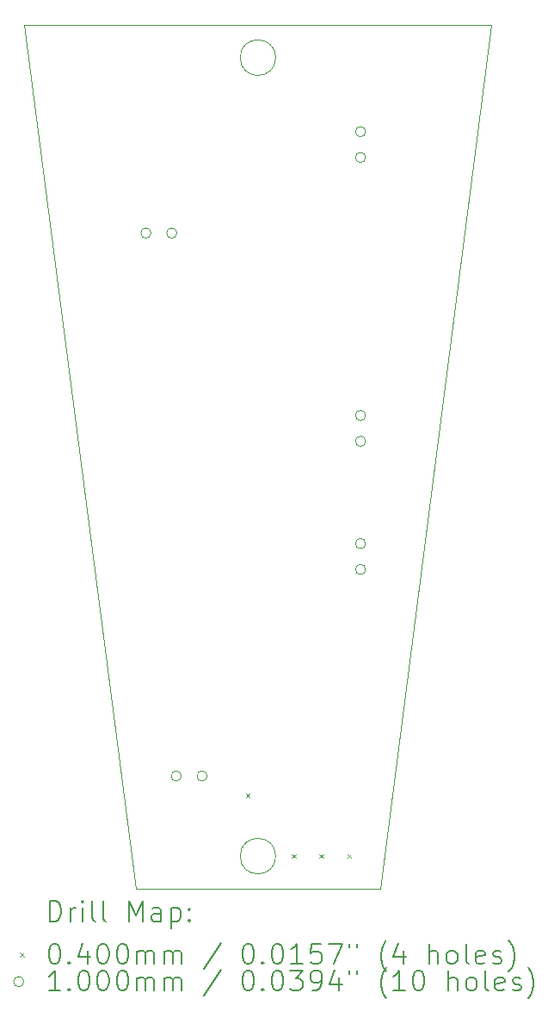
<source format=gbr>
%TF.GenerationSoftware,KiCad,Pcbnew,6.0.11-2627ca5db0~126~ubuntu22.04.1*%
%TF.CreationDate,2023-11-05T13:13:33+01:00*%
%TF.ProjectId,CC_LED_Driver,43435f4c-4544-45f4-9472-697665722e6b,rev?*%
%TF.SameCoordinates,Original*%
%TF.FileFunction,Drillmap*%
%TF.FilePolarity,Positive*%
%FSLAX45Y45*%
G04 Gerber Fmt 4.5, Leading zero omitted, Abs format (unit mm)*
G04 Created by KiCad (PCBNEW 6.0.11-2627ca5db0~126~ubuntu22.04.1) date 2023-11-05 13:13:33*
%MOMM*%
%LPD*%
G01*
G04 APERTURE LIST*
%ADD10C,0.100000*%
%ADD11C,0.200000*%
%ADD12C,0.040000*%
G04 APERTURE END LIST*
D10*
X11350000Y-14600000D02*
X10250000Y-6100000D01*
X12725000Y-6425000D02*
G75*
G03*
X12725000Y-6425000I-175000J0D01*
G01*
X14850000Y-6100000D02*
X10250000Y-6100000D01*
X13750000Y-14600000D02*
X14850000Y-6100000D01*
X12725000Y-14275000D02*
G75*
G03*
X12725000Y-14275000I-175000J0D01*
G01*
X11350000Y-14600000D02*
X13750000Y-14600000D01*
D11*
D12*
X12430000Y-13655000D02*
X12470000Y-13695000D01*
X12470000Y-13655000D02*
X12430000Y-13695000D01*
X12880000Y-14255000D02*
X12920000Y-14295000D01*
X12920000Y-14255000D02*
X12880000Y-14295000D01*
X13155000Y-14255000D02*
X13195000Y-14295000D01*
X13195000Y-14255000D02*
X13155000Y-14295000D01*
X13430000Y-14255000D02*
X13470000Y-14295000D01*
X13470000Y-14255000D02*
X13430000Y-14295000D01*
D10*
X11497500Y-8150000D02*
G75*
G03*
X11497500Y-8150000I-50000J0D01*
G01*
X11751500Y-8150000D02*
G75*
G03*
X11751500Y-8150000I-50000J0D01*
G01*
X11796000Y-13487500D02*
G75*
G03*
X11796000Y-13487500I-50000J0D01*
G01*
X12050000Y-13487500D02*
G75*
G03*
X12050000Y-13487500I-50000J0D01*
G01*
X13610000Y-7152500D02*
G75*
G03*
X13610000Y-7152500I-50000J0D01*
G01*
X13610000Y-7406500D02*
G75*
G03*
X13610000Y-7406500I-50000J0D01*
G01*
X13610000Y-9942500D02*
G75*
G03*
X13610000Y-9942500I-50000J0D01*
G01*
X13610000Y-10196500D02*
G75*
G03*
X13610000Y-10196500I-50000J0D01*
G01*
X13610000Y-11202500D02*
G75*
G03*
X13610000Y-11202500I-50000J0D01*
G01*
X13610000Y-11456500D02*
G75*
G03*
X13610000Y-11456500I-50000J0D01*
G01*
D11*
X10502619Y-14915476D02*
X10502619Y-14715476D01*
X10550238Y-14715476D01*
X10578810Y-14725000D01*
X10597857Y-14744048D01*
X10607381Y-14763095D01*
X10616905Y-14801190D01*
X10616905Y-14829762D01*
X10607381Y-14867857D01*
X10597857Y-14886905D01*
X10578810Y-14905952D01*
X10550238Y-14915476D01*
X10502619Y-14915476D01*
X10702619Y-14915476D02*
X10702619Y-14782143D01*
X10702619Y-14820238D02*
X10712143Y-14801190D01*
X10721667Y-14791667D01*
X10740714Y-14782143D01*
X10759762Y-14782143D01*
X10826429Y-14915476D02*
X10826429Y-14782143D01*
X10826429Y-14715476D02*
X10816905Y-14725000D01*
X10826429Y-14734524D01*
X10835952Y-14725000D01*
X10826429Y-14715476D01*
X10826429Y-14734524D01*
X10950238Y-14915476D02*
X10931190Y-14905952D01*
X10921667Y-14886905D01*
X10921667Y-14715476D01*
X11055000Y-14915476D02*
X11035952Y-14905952D01*
X11026429Y-14886905D01*
X11026429Y-14715476D01*
X11283571Y-14915476D02*
X11283571Y-14715476D01*
X11350238Y-14858333D01*
X11416905Y-14715476D01*
X11416905Y-14915476D01*
X11597857Y-14915476D02*
X11597857Y-14810714D01*
X11588333Y-14791667D01*
X11569286Y-14782143D01*
X11531190Y-14782143D01*
X11512143Y-14791667D01*
X11597857Y-14905952D02*
X11578809Y-14915476D01*
X11531190Y-14915476D01*
X11512143Y-14905952D01*
X11502619Y-14886905D01*
X11502619Y-14867857D01*
X11512143Y-14848809D01*
X11531190Y-14839286D01*
X11578809Y-14839286D01*
X11597857Y-14829762D01*
X11693095Y-14782143D02*
X11693095Y-14982143D01*
X11693095Y-14791667D02*
X11712143Y-14782143D01*
X11750238Y-14782143D01*
X11769286Y-14791667D01*
X11778809Y-14801190D01*
X11788333Y-14820238D01*
X11788333Y-14877381D01*
X11778809Y-14896428D01*
X11769286Y-14905952D01*
X11750238Y-14915476D01*
X11712143Y-14915476D01*
X11693095Y-14905952D01*
X11874048Y-14896428D02*
X11883571Y-14905952D01*
X11874048Y-14915476D01*
X11864524Y-14905952D01*
X11874048Y-14896428D01*
X11874048Y-14915476D01*
X11874048Y-14791667D02*
X11883571Y-14801190D01*
X11874048Y-14810714D01*
X11864524Y-14801190D01*
X11874048Y-14791667D01*
X11874048Y-14810714D01*
D12*
X10205000Y-15225000D02*
X10245000Y-15265000D01*
X10245000Y-15225000D02*
X10205000Y-15265000D01*
D11*
X10540714Y-15135476D02*
X10559762Y-15135476D01*
X10578810Y-15145000D01*
X10588333Y-15154524D01*
X10597857Y-15173571D01*
X10607381Y-15211667D01*
X10607381Y-15259286D01*
X10597857Y-15297381D01*
X10588333Y-15316428D01*
X10578810Y-15325952D01*
X10559762Y-15335476D01*
X10540714Y-15335476D01*
X10521667Y-15325952D01*
X10512143Y-15316428D01*
X10502619Y-15297381D01*
X10493095Y-15259286D01*
X10493095Y-15211667D01*
X10502619Y-15173571D01*
X10512143Y-15154524D01*
X10521667Y-15145000D01*
X10540714Y-15135476D01*
X10693095Y-15316428D02*
X10702619Y-15325952D01*
X10693095Y-15335476D01*
X10683571Y-15325952D01*
X10693095Y-15316428D01*
X10693095Y-15335476D01*
X10874048Y-15202143D02*
X10874048Y-15335476D01*
X10826429Y-15125952D02*
X10778810Y-15268809D01*
X10902619Y-15268809D01*
X11016905Y-15135476D02*
X11035952Y-15135476D01*
X11055000Y-15145000D01*
X11064524Y-15154524D01*
X11074048Y-15173571D01*
X11083571Y-15211667D01*
X11083571Y-15259286D01*
X11074048Y-15297381D01*
X11064524Y-15316428D01*
X11055000Y-15325952D01*
X11035952Y-15335476D01*
X11016905Y-15335476D01*
X10997857Y-15325952D01*
X10988333Y-15316428D01*
X10978810Y-15297381D01*
X10969286Y-15259286D01*
X10969286Y-15211667D01*
X10978810Y-15173571D01*
X10988333Y-15154524D01*
X10997857Y-15145000D01*
X11016905Y-15135476D01*
X11207381Y-15135476D02*
X11226428Y-15135476D01*
X11245476Y-15145000D01*
X11255000Y-15154524D01*
X11264524Y-15173571D01*
X11274048Y-15211667D01*
X11274048Y-15259286D01*
X11264524Y-15297381D01*
X11255000Y-15316428D01*
X11245476Y-15325952D01*
X11226428Y-15335476D01*
X11207381Y-15335476D01*
X11188333Y-15325952D01*
X11178810Y-15316428D01*
X11169286Y-15297381D01*
X11159762Y-15259286D01*
X11159762Y-15211667D01*
X11169286Y-15173571D01*
X11178810Y-15154524D01*
X11188333Y-15145000D01*
X11207381Y-15135476D01*
X11359762Y-15335476D02*
X11359762Y-15202143D01*
X11359762Y-15221190D02*
X11369286Y-15211667D01*
X11388333Y-15202143D01*
X11416905Y-15202143D01*
X11435952Y-15211667D01*
X11445476Y-15230714D01*
X11445476Y-15335476D01*
X11445476Y-15230714D02*
X11455000Y-15211667D01*
X11474048Y-15202143D01*
X11502619Y-15202143D01*
X11521667Y-15211667D01*
X11531190Y-15230714D01*
X11531190Y-15335476D01*
X11626428Y-15335476D02*
X11626428Y-15202143D01*
X11626428Y-15221190D02*
X11635952Y-15211667D01*
X11655000Y-15202143D01*
X11683571Y-15202143D01*
X11702619Y-15211667D01*
X11712143Y-15230714D01*
X11712143Y-15335476D01*
X11712143Y-15230714D02*
X11721667Y-15211667D01*
X11740714Y-15202143D01*
X11769286Y-15202143D01*
X11788333Y-15211667D01*
X11797857Y-15230714D01*
X11797857Y-15335476D01*
X12188333Y-15125952D02*
X12016905Y-15383095D01*
X12445476Y-15135476D02*
X12464524Y-15135476D01*
X12483571Y-15145000D01*
X12493095Y-15154524D01*
X12502619Y-15173571D01*
X12512143Y-15211667D01*
X12512143Y-15259286D01*
X12502619Y-15297381D01*
X12493095Y-15316428D01*
X12483571Y-15325952D01*
X12464524Y-15335476D01*
X12445476Y-15335476D01*
X12426428Y-15325952D01*
X12416905Y-15316428D01*
X12407381Y-15297381D01*
X12397857Y-15259286D01*
X12397857Y-15211667D01*
X12407381Y-15173571D01*
X12416905Y-15154524D01*
X12426428Y-15145000D01*
X12445476Y-15135476D01*
X12597857Y-15316428D02*
X12607381Y-15325952D01*
X12597857Y-15335476D01*
X12588333Y-15325952D01*
X12597857Y-15316428D01*
X12597857Y-15335476D01*
X12731190Y-15135476D02*
X12750238Y-15135476D01*
X12769286Y-15145000D01*
X12778809Y-15154524D01*
X12788333Y-15173571D01*
X12797857Y-15211667D01*
X12797857Y-15259286D01*
X12788333Y-15297381D01*
X12778809Y-15316428D01*
X12769286Y-15325952D01*
X12750238Y-15335476D01*
X12731190Y-15335476D01*
X12712143Y-15325952D01*
X12702619Y-15316428D01*
X12693095Y-15297381D01*
X12683571Y-15259286D01*
X12683571Y-15211667D01*
X12693095Y-15173571D01*
X12702619Y-15154524D01*
X12712143Y-15145000D01*
X12731190Y-15135476D01*
X12988333Y-15335476D02*
X12874048Y-15335476D01*
X12931190Y-15335476D02*
X12931190Y-15135476D01*
X12912143Y-15164048D01*
X12893095Y-15183095D01*
X12874048Y-15192619D01*
X13169286Y-15135476D02*
X13074048Y-15135476D01*
X13064524Y-15230714D01*
X13074048Y-15221190D01*
X13093095Y-15211667D01*
X13140714Y-15211667D01*
X13159762Y-15221190D01*
X13169286Y-15230714D01*
X13178809Y-15249762D01*
X13178809Y-15297381D01*
X13169286Y-15316428D01*
X13159762Y-15325952D01*
X13140714Y-15335476D01*
X13093095Y-15335476D01*
X13074048Y-15325952D01*
X13064524Y-15316428D01*
X13245476Y-15135476D02*
X13378809Y-15135476D01*
X13293095Y-15335476D01*
X13445476Y-15135476D02*
X13445476Y-15173571D01*
X13521667Y-15135476D02*
X13521667Y-15173571D01*
X13816905Y-15411667D02*
X13807381Y-15402143D01*
X13788333Y-15373571D01*
X13778809Y-15354524D01*
X13769286Y-15325952D01*
X13759762Y-15278333D01*
X13759762Y-15240238D01*
X13769286Y-15192619D01*
X13778809Y-15164048D01*
X13788333Y-15145000D01*
X13807381Y-15116428D01*
X13816905Y-15106905D01*
X13978809Y-15202143D02*
X13978809Y-15335476D01*
X13931190Y-15125952D02*
X13883571Y-15268809D01*
X14007381Y-15268809D01*
X14235952Y-15335476D02*
X14235952Y-15135476D01*
X14321667Y-15335476D02*
X14321667Y-15230714D01*
X14312143Y-15211667D01*
X14293095Y-15202143D01*
X14264524Y-15202143D01*
X14245476Y-15211667D01*
X14235952Y-15221190D01*
X14445476Y-15335476D02*
X14426428Y-15325952D01*
X14416905Y-15316428D01*
X14407381Y-15297381D01*
X14407381Y-15240238D01*
X14416905Y-15221190D01*
X14426428Y-15211667D01*
X14445476Y-15202143D01*
X14474048Y-15202143D01*
X14493095Y-15211667D01*
X14502619Y-15221190D01*
X14512143Y-15240238D01*
X14512143Y-15297381D01*
X14502619Y-15316428D01*
X14493095Y-15325952D01*
X14474048Y-15335476D01*
X14445476Y-15335476D01*
X14626428Y-15335476D02*
X14607381Y-15325952D01*
X14597857Y-15306905D01*
X14597857Y-15135476D01*
X14778809Y-15325952D02*
X14759762Y-15335476D01*
X14721667Y-15335476D01*
X14702619Y-15325952D01*
X14693095Y-15306905D01*
X14693095Y-15230714D01*
X14702619Y-15211667D01*
X14721667Y-15202143D01*
X14759762Y-15202143D01*
X14778809Y-15211667D01*
X14788333Y-15230714D01*
X14788333Y-15249762D01*
X14693095Y-15268809D01*
X14864524Y-15325952D02*
X14883571Y-15335476D01*
X14921667Y-15335476D01*
X14940714Y-15325952D01*
X14950238Y-15306905D01*
X14950238Y-15297381D01*
X14940714Y-15278333D01*
X14921667Y-15268809D01*
X14893095Y-15268809D01*
X14874048Y-15259286D01*
X14864524Y-15240238D01*
X14864524Y-15230714D01*
X14874048Y-15211667D01*
X14893095Y-15202143D01*
X14921667Y-15202143D01*
X14940714Y-15211667D01*
X15016905Y-15411667D02*
X15026428Y-15402143D01*
X15045476Y-15373571D01*
X15055000Y-15354524D01*
X15064524Y-15325952D01*
X15074048Y-15278333D01*
X15074048Y-15240238D01*
X15064524Y-15192619D01*
X15055000Y-15164048D01*
X15045476Y-15145000D01*
X15026428Y-15116428D01*
X15016905Y-15106905D01*
D10*
X10245000Y-15509000D02*
G75*
G03*
X10245000Y-15509000I-50000J0D01*
G01*
D11*
X10607381Y-15599476D02*
X10493095Y-15599476D01*
X10550238Y-15599476D02*
X10550238Y-15399476D01*
X10531190Y-15428048D01*
X10512143Y-15447095D01*
X10493095Y-15456619D01*
X10693095Y-15580428D02*
X10702619Y-15589952D01*
X10693095Y-15599476D01*
X10683571Y-15589952D01*
X10693095Y-15580428D01*
X10693095Y-15599476D01*
X10826429Y-15399476D02*
X10845476Y-15399476D01*
X10864524Y-15409000D01*
X10874048Y-15418524D01*
X10883571Y-15437571D01*
X10893095Y-15475667D01*
X10893095Y-15523286D01*
X10883571Y-15561381D01*
X10874048Y-15580428D01*
X10864524Y-15589952D01*
X10845476Y-15599476D01*
X10826429Y-15599476D01*
X10807381Y-15589952D01*
X10797857Y-15580428D01*
X10788333Y-15561381D01*
X10778810Y-15523286D01*
X10778810Y-15475667D01*
X10788333Y-15437571D01*
X10797857Y-15418524D01*
X10807381Y-15409000D01*
X10826429Y-15399476D01*
X11016905Y-15399476D02*
X11035952Y-15399476D01*
X11055000Y-15409000D01*
X11064524Y-15418524D01*
X11074048Y-15437571D01*
X11083571Y-15475667D01*
X11083571Y-15523286D01*
X11074048Y-15561381D01*
X11064524Y-15580428D01*
X11055000Y-15589952D01*
X11035952Y-15599476D01*
X11016905Y-15599476D01*
X10997857Y-15589952D01*
X10988333Y-15580428D01*
X10978810Y-15561381D01*
X10969286Y-15523286D01*
X10969286Y-15475667D01*
X10978810Y-15437571D01*
X10988333Y-15418524D01*
X10997857Y-15409000D01*
X11016905Y-15399476D01*
X11207381Y-15399476D02*
X11226428Y-15399476D01*
X11245476Y-15409000D01*
X11255000Y-15418524D01*
X11264524Y-15437571D01*
X11274048Y-15475667D01*
X11274048Y-15523286D01*
X11264524Y-15561381D01*
X11255000Y-15580428D01*
X11245476Y-15589952D01*
X11226428Y-15599476D01*
X11207381Y-15599476D01*
X11188333Y-15589952D01*
X11178810Y-15580428D01*
X11169286Y-15561381D01*
X11159762Y-15523286D01*
X11159762Y-15475667D01*
X11169286Y-15437571D01*
X11178810Y-15418524D01*
X11188333Y-15409000D01*
X11207381Y-15399476D01*
X11359762Y-15599476D02*
X11359762Y-15466143D01*
X11359762Y-15485190D02*
X11369286Y-15475667D01*
X11388333Y-15466143D01*
X11416905Y-15466143D01*
X11435952Y-15475667D01*
X11445476Y-15494714D01*
X11445476Y-15599476D01*
X11445476Y-15494714D02*
X11455000Y-15475667D01*
X11474048Y-15466143D01*
X11502619Y-15466143D01*
X11521667Y-15475667D01*
X11531190Y-15494714D01*
X11531190Y-15599476D01*
X11626428Y-15599476D02*
X11626428Y-15466143D01*
X11626428Y-15485190D02*
X11635952Y-15475667D01*
X11655000Y-15466143D01*
X11683571Y-15466143D01*
X11702619Y-15475667D01*
X11712143Y-15494714D01*
X11712143Y-15599476D01*
X11712143Y-15494714D02*
X11721667Y-15475667D01*
X11740714Y-15466143D01*
X11769286Y-15466143D01*
X11788333Y-15475667D01*
X11797857Y-15494714D01*
X11797857Y-15599476D01*
X12188333Y-15389952D02*
X12016905Y-15647095D01*
X12445476Y-15399476D02*
X12464524Y-15399476D01*
X12483571Y-15409000D01*
X12493095Y-15418524D01*
X12502619Y-15437571D01*
X12512143Y-15475667D01*
X12512143Y-15523286D01*
X12502619Y-15561381D01*
X12493095Y-15580428D01*
X12483571Y-15589952D01*
X12464524Y-15599476D01*
X12445476Y-15599476D01*
X12426428Y-15589952D01*
X12416905Y-15580428D01*
X12407381Y-15561381D01*
X12397857Y-15523286D01*
X12397857Y-15475667D01*
X12407381Y-15437571D01*
X12416905Y-15418524D01*
X12426428Y-15409000D01*
X12445476Y-15399476D01*
X12597857Y-15580428D02*
X12607381Y-15589952D01*
X12597857Y-15599476D01*
X12588333Y-15589952D01*
X12597857Y-15580428D01*
X12597857Y-15599476D01*
X12731190Y-15399476D02*
X12750238Y-15399476D01*
X12769286Y-15409000D01*
X12778809Y-15418524D01*
X12788333Y-15437571D01*
X12797857Y-15475667D01*
X12797857Y-15523286D01*
X12788333Y-15561381D01*
X12778809Y-15580428D01*
X12769286Y-15589952D01*
X12750238Y-15599476D01*
X12731190Y-15599476D01*
X12712143Y-15589952D01*
X12702619Y-15580428D01*
X12693095Y-15561381D01*
X12683571Y-15523286D01*
X12683571Y-15475667D01*
X12693095Y-15437571D01*
X12702619Y-15418524D01*
X12712143Y-15409000D01*
X12731190Y-15399476D01*
X12864524Y-15399476D02*
X12988333Y-15399476D01*
X12921667Y-15475667D01*
X12950238Y-15475667D01*
X12969286Y-15485190D01*
X12978809Y-15494714D01*
X12988333Y-15513762D01*
X12988333Y-15561381D01*
X12978809Y-15580428D01*
X12969286Y-15589952D01*
X12950238Y-15599476D01*
X12893095Y-15599476D01*
X12874048Y-15589952D01*
X12864524Y-15580428D01*
X13083571Y-15599476D02*
X13121667Y-15599476D01*
X13140714Y-15589952D01*
X13150238Y-15580428D01*
X13169286Y-15551857D01*
X13178809Y-15513762D01*
X13178809Y-15437571D01*
X13169286Y-15418524D01*
X13159762Y-15409000D01*
X13140714Y-15399476D01*
X13102619Y-15399476D01*
X13083571Y-15409000D01*
X13074048Y-15418524D01*
X13064524Y-15437571D01*
X13064524Y-15485190D01*
X13074048Y-15504238D01*
X13083571Y-15513762D01*
X13102619Y-15523286D01*
X13140714Y-15523286D01*
X13159762Y-15513762D01*
X13169286Y-15504238D01*
X13178809Y-15485190D01*
X13350238Y-15466143D02*
X13350238Y-15599476D01*
X13302619Y-15389952D02*
X13255000Y-15532809D01*
X13378809Y-15532809D01*
X13445476Y-15399476D02*
X13445476Y-15437571D01*
X13521667Y-15399476D02*
X13521667Y-15437571D01*
X13816905Y-15675667D02*
X13807381Y-15666143D01*
X13788333Y-15637571D01*
X13778809Y-15618524D01*
X13769286Y-15589952D01*
X13759762Y-15542333D01*
X13759762Y-15504238D01*
X13769286Y-15456619D01*
X13778809Y-15428048D01*
X13788333Y-15409000D01*
X13807381Y-15380428D01*
X13816905Y-15370905D01*
X13997857Y-15599476D02*
X13883571Y-15599476D01*
X13940714Y-15599476D02*
X13940714Y-15399476D01*
X13921667Y-15428048D01*
X13902619Y-15447095D01*
X13883571Y-15456619D01*
X14121667Y-15399476D02*
X14140714Y-15399476D01*
X14159762Y-15409000D01*
X14169286Y-15418524D01*
X14178809Y-15437571D01*
X14188333Y-15475667D01*
X14188333Y-15523286D01*
X14178809Y-15561381D01*
X14169286Y-15580428D01*
X14159762Y-15589952D01*
X14140714Y-15599476D01*
X14121667Y-15599476D01*
X14102619Y-15589952D01*
X14093095Y-15580428D01*
X14083571Y-15561381D01*
X14074048Y-15523286D01*
X14074048Y-15475667D01*
X14083571Y-15437571D01*
X14093095Y-15418524D01*
X14102619Y-15409000D01*
X14121667Y-15399476D01*
X14426428Y-15599476D02*
X14426428Y-15399476D01*
X14512143Y-15599476D02*
X14512143Y-15494714D01*
X14502619Y-15475667D01*
X14483571Y-15466143D01*
X14455000Y-15466143D01*
X14435952Y-15475667D01*
X14426428Y-15485190D01*
X14635952Y-15599476D02*
X14616905Y-15589952D01*
X14607381Y-15580428D01*
X14597857Y-15561381D01*
X14597857Y-15504238D01*
X14607381Y-15485190D01*
X14616905Y-15475667D01*
X14635952Y-15466143D01*
X14664524Y-15466143D01*
X14683571Y-15475667D01*
X14693095Y-15485190D01*
X14702619Y-15504238D01*
X14702619Y-15561381D01*
X14693095Y-15580428D01*
X14683571Y-15589952D01*
X14664524Y-15599476D01*
X14635952Y-15599476D01*
X14816905Y-15599476D02*
X14797857Y-15589952D01*
X14788333Y-15570905D01*
X14788333Y-15399476D01*
X14969286Y-15589952D02*
X14950238Y-15599476D01*
X14912143Y-15599476D01*
X14893095Y-15589952D01*
X14883571Y-15570905D01*
X14883571Y-15494714D01*
X14893095Y-15475667D01*
X14912143Y-15466143D01*
X14950238Y-15466143D01*
X14969286Y-15475667D01*
X14978809Y-15494714D01*
X14978809Y-15513762D01*
X14883571Y-15532809D01*
X15055000Y-15589952D02*
X15074048Y-15599476D01*
X15112143Y-15599476D01*
X15131190Y-15589952D01*
X15140714Y-15570905D01*
X15140714Y-15561381D01*
X15131190Y-15542333D01*
X15112143Y-15532809D01*
X15083571Y-15532809D01*
X15064524Y-15523286D01*
X15055000Y-15504238D01*
X15055000Y-15494714D01*
X15064524Y-15475667D01*
X15083571Y-15466143D01*
X15112143Y-15466143D01*
X15131190Y-15475667D01*
X15207381Y-15675667D02*
X15216905Y-15666143D01*
X15235952Y-15637571D01*
X15245476Y-15618524D01*
X15255000Y-15589952D01*
X15264524Y-15542333D01*
X15264524Y-15504238D01*
X15255000Y-15456619D01*
X15245476Y-15428048D01*
X15235952Y-15409000D01*
X15216905Y-15380428D01*
X15207381Y-15370905D01*
M02*

</source>
